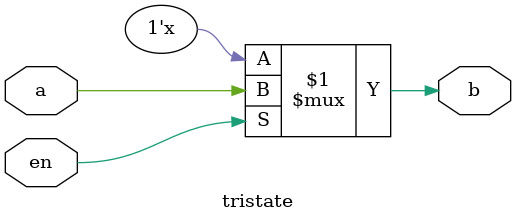
<source format=sv>
/*
 * Project name   :
 * File name      : tristate.sv
 * Created date   : Th03 05 2019
 * Author         : Van-Nam DINH 
 * Last modified  : Th03 05 2019 11:38
 * Desc           :
 */

module tristate(a,b,en);
input a;
input en;
output b;

wire a;
wire b;
wire en;
assign b = (en)? a:1'bz;
endmodule

</source>
